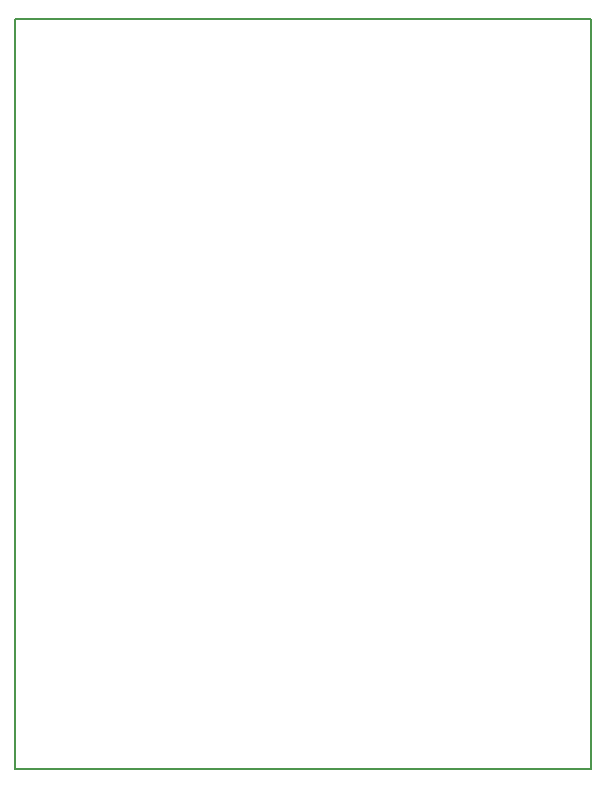
<source format=gm1>
G04 #@! TF.FileFunction,Profile,NP*
%FSLAX46Y46*%
G04 Gerber Fmt 4.6, Leading zero omitted, Abs format (unit mm)*
G04 Created by KiCad (PCBNEW 4.0.4-stable) date 04/13/19 01:51:21*
%MOMM*%
%LPD*%
G01*
G04 APERTURE LIST*
%ADD10C,0.100000*%
%ADD11C,0.150000*%
G04 APERTURE END LIST*
D10*
D11*
X125984000Y-62992000D02*
X125984000Y-67564000D01*
X174752000Y-62992000D02*
X174752000Y-67564000D01*
X125984000Y-126492000D02*
X125984000Y-67564000D01*
X125984000Y-126492000D02*
X174752000Y-126492000D01*
X174752000Y-67564000D02*
X174752000Y-126492000D01*
X125984000Y-62992000D02*
X174752000Y-62992000D01*
M02*

</source>
